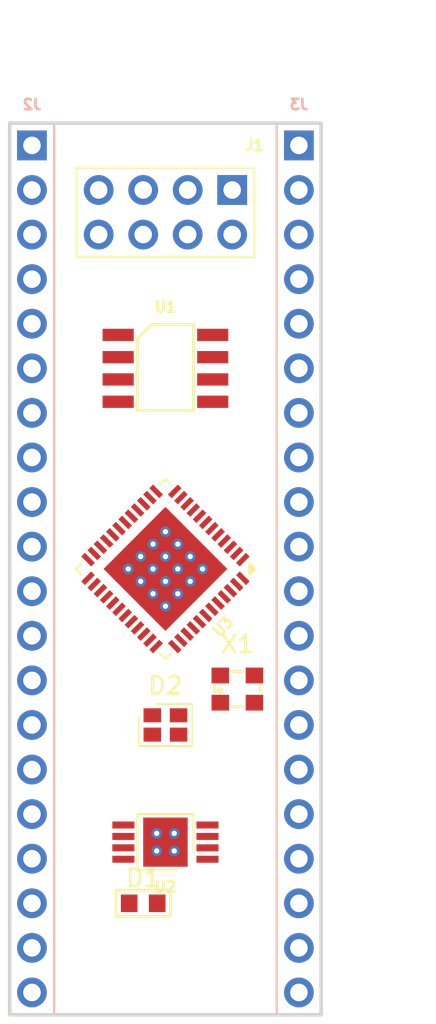
<source format=kicad_pcb>
(kicad_pcb (version 20171130) (host pcbnew 5.0.0-rc2-unknown-r13164-44c1f578)

  (general
    (thickness 1.6)
    (drawings 6)
    (tracks 0)
    (zones 0)
    (modules 9)
    (nets 74)
  )

  (page A4)
  (layers
    (0 F.Cu signal)
    (31 B.Cu signal)
    (36 B.SilkS user hide)
    (37 F.SilkS user hide)
    (38 B.Mask user)
    (39 F.Mask user)
    (40 Dwgs.User user)
    (41 Cmts.User user)
    (44 Edge.Cuts user)
    (45 Margin user)
    (46 B.CrtYd user)
    (47 F.CrtYd user)
    (48 B.Fab user hide)
    (49 F.Fab user hide)
  )

  (setup
    (last_trace_width 0.2)
    (trace_clearance 0.2)
    (zone_clearance 0.508)
    (zone_45_only no)
    (trace_min 0.2)
    (segment_width 0.2)
    (edge_width 0.2)
    (via_size 0.8)
    (via_drill 0.4)
    (via_min_size 0.4)
    (via_min_drill 0.3)
    (uvia_size 0.3)
    (uvia_drill 0.1)
    (uvias_allowed no)
    (uvia_min_size 0.2)
    (uvia_min_drill 0.1)
    (pcb_text_width 0.3)
    (pcb_text_size 1.5 1.5)
    (mod_edge_width 0.15)
    (mod_text_size 0.6 0.6)
    (mod_text_width 0.15)
    (pad_size 1.524 1.524)
    (pad_drill 0.762)
    (pad_to_mask_clearance 0.1)
    (aux_axis_origin 0 0)
    (visible_elements FFFFFF7F)
    (pcbplotparams
      (layerselection 0x010fc_ffffffff)
      (usegerberextensions false)
      (usegerberattributes false)
      (usegerberadvancedattributes false)
      (creategerberjobfile false)
      (excludeedgelayer true)
      (linewidth 0.100000)
      (plotframeref false)
      (viasonmask false)
      (mode 1)
      (useauxorigin false)
      (hpglpennumber 1)
      (hpglpenspeed 20)
      (hpglpendiameter 15.000000)
      (psnegative false)
      (psa4output false)
      (plotreference true)
      (plotvalue true)
      (plotinvisibletext false)
      (padsonsilk false)
      (subtractmaskfromsilk false)
      (outputformat 1)
      (mirror false)
      (drillshape 1)
      (scaleselection 1)
      (outputdirectory ""))
  )

  (net 0 "")
  (net 1 VCC_IO0)
  (net 2 GND)
  (net 3 CDONE)
  (net 4 CRESET)
  (net 5 FLASH_MISO)
  (net 6 ICE_SCK)
  (net 7 ICE_CSN)
  (net 8 FLASH_MOSI)
  (net 9 "Net-(J2-Pad5)")
  (net 10 "Net-(J3-Pad18)")
  (net 11 "Net-(J3-Pad17)")
  (net 12 "Net-(J3-Pad16)")
  (net 13 "Net-(J3-Pad15)")
  (net 14 "Net-(J3-Pad14)")
  (net 15 "Net-(J3-Pad13)")
  (net 16 "Net-(J3-Pad12)")
  (net 17 "Net-(J3-Pad11)")
  (net 18 "Net-(J3-Pad10)")
  (net 19 "Net-(J3-Pad9)")
  (net 20 "Net-(J3-Pad8)")
  (net 21 "Net-(J3-Pad7)")
  (net 22 "Net-(J3-Pad6)")
  (net 23 "Net-(J3-Pad5)")
  (net 24 "Net-(J3-Pad4)")
  (net 25 "Net-(J3-Pad3)")
  (net 26 "Net-(J3-Pad2)")
  (net 27 "Net-(R2-Pad2)")
  (net 28 "Net-(R4-Pad2)")
  (net 29 VCC_CORE)
  (net 30 "Net-(U2-Pad3)")
  (net 31 "Net-(U2-Pad6)")
  (net 32 +5V)
  (net 33 IOB_6A)
  (net 34 IOB_9B)
  (net 35 IOB_8A)
  (net 36 IOB_13B)
  (net 37 IOB_16A)
  (net 38 IOB_18A)
  (net 39 IOB_20A)
  (net 40 IOB_22A)
  (net 41 IOB_24A)
  (net 42 IOB_31B)
  (net 43 IOB_29B)
  (net 44 IOB_23B)
  (net 45 IOT_37A)
  (net 46 IOT_36B)
  (net 47 IOT_39A)
  (net 48 IOT_38B)
  (net 49 IOT_41A)
  (net 50 VCC_PLL)
  (net 51 IOT_42B)
  (net 52 IOT_43A)
  (net 53 IOT_44B)
  (net 54 IOT_46B)
  (net 55 IOT_48B)
  (net 56 IOT_45A)
  (net 57 IOT_50B)
  (net 58 RGB2)
  (net 59 RGB1)
  (net 60 RGB0)
  (net 61 IOT_51A)
  (net 62 IOT_49A)
  (net 63 IOB_3B)
  (net 64 IOB_5B)
  (net 65 IOB_0A)
  (net 66 IOB_2A)
  (net 67 IOB_4A)
  (net 68 "Net-(D2-Pad2)")
  (net 69 "Net-(D2-Pad3)")
  (net 70 "Net-(D2-Pad4)")
  (net 71 IOB_42B)
  (net 72 "Net-(D1-Pad1)")
  (net 73 ICE_CLK)

  (net_class Default "This is the default net class."
    (clearance 0.2)
    (trace_width 0.2)
    (via_dia 0.8)
    (via_drill 0.4)
    (uvia_dia 0.3)
    (uvia_drill 0.1)
    (add_net +5V)
    (add_net CDONE)
    (add_net CRESET)
    (add_net FLASH_MISO)
    (add_net FLASH_MOSI)
    (add_net GND)
    (add_net ICE_CLK)
    (add_net ICE_CSN)
    (add_net ICE_SCK)
    (add_net IOB_0A)
    (add_net IOB_13B)
    (add_net IOB_16A)
    (add_net IOB_18A)
    (add_net IOB_20A)
    (add_net IOB_22A)
    (add_net IOB_23B)
    (add_net IOB_24A)
    (add_net IOB_29B)
    (add_net IOB_2A)
    (add_net IOB_31B)
    (add_net IOB_3B)
    (add_net IOB_42B)
    (add_net IOB_4A)
    (add_net IOB_5B)
    (add_net IOB_6A)
    (add_net IOB_8A)
    (add_net IOB_9B)
    (add_net IOT_36B)
    (add_net IOT_37A)
    (add_net IOT_38B)
    (add_net IOT_39A)
    (add_net IOT_41A)
    (add_net IOT_42B)
    (add_net IOT_43A)
    (add_net IOT_44B)
    (add_net IOT_45A)
    (add_net IOT_46B)
    (add_net IOT_48B)
    (add_net IOT_49A)
    (add_net IOT_50B)
    (add_net IOT_51A)
    (add_net "Net-(D1-Pad1)")
    (add_net "Net-(D2-Pad2)")
    (add_net "Net-(D2-Pad3)")
    (add_net "Net-(D2-Pad4)")
    (add_net "Net-(J2-Pad5)")
    (add_net "Net-(J3-Pad10)")
    (add_net "Net-(J3-Pad11)")
    (add_net "Net-(J3-Pad12)")
    (add_net "Net-(J3-Pad13)")
    (add_net "Net-(J3-Pad14)")
    (add_net "Net-(J3-Pad15)")
    (add_net "Net-(J3-Pad16)")
    (add_net "Net-(J3-Pad17)")
    (add_net "Net-(J3-Pad18)")
    (add_net "Net-(J3-Pad2)")
    (add_net "Net-(J3-Pad3)")
    (add_net "Net-(J3-Pad4)")
    (add_net "Net-(J3-Pad5)")
    (add_net "Net-(J3-Pad6)")
    (add_net "Net-(J3-Pad7)")
    (add_net "Net-(J3-Pad8)")
    (add_net "Net-(J3-Pad9)")
    (add_net "Net-(R2-Pad2)")
    (add_net "Net-(R4-Pad2)")
    (add_net "Net-(U2-Pad3)")
    (add_net "Net-(U2-Pad6)")
    (add_net RGB0)
    (add_net RGB1)
    (add_net RGB2)
    (add_net VCC_CORE)
    (add_net VCC_IO0)
    (add_net VCC_PLL)
  )

  (module esynr3z_Oscillator:ECS-2520MV_4Pin_2.5x2.0mm (layer F.Cu) (tedit 5B4B6AA7) (tstamp 5B4B6A28)
    (at 199.685 89.395)
    (descr "SMD Crystal Oscillator Seiko Epson SG-210 https://support.epson.biz/td/api/doc_check.php?mode=dl&lang=en&Parts=SG-210SED, hand-soldering, 2.5x2.0mm^2 package")
    (tags "SMD SMT crystal oscillator hand-soldering")
    (path /5B84C298)
    (attr smd)
    (fp_text reference X1 (at 0 -2.55) (layer F.SilkS)
      (effects (font (size 1 1) (thickness 0.15)))
    )
    (fp_text value ECS-2520MV-500-BN-TR (at 0 2.55) (layer F.Fab)
      (effects (font (size 1 1) (thickness 0.15)))
    )
    (fp_circle (center -1 0.1) (end -0.95 0.1) (layer F.SilkS) (width 0.15))
    (fp_line (start -1.3 -0.2) (end -1.3 0.2) (layer F.SilkS) (width 0.15))
    (fp_line (start 1.3 -0.2) (end 1.3 0.2) (layer F.SilkS) (width 0.15))
    (fp_line (start -0.3 -1) (end 0.3 -1) (layer F.SilkS) (width 0.15))
    (fp_line (start 1.6 -1.4) (end -1.6 -1.4) (layer F.CrtYd) (width 0.05))
    (fp_line (start 1.6 1.4) (end 1.6 -1.4) (layer F.CrtYd) (width 0.05))
    (fp_line (start -1.6 1.4) (end 1.6 1.4) (layer F.CrtYd) (width 0.05))
    (fp_line (start -1.6 -1.4) (end -1.6 1.4) (layer F.CrtYd) (width 0.05))
    (fp_line (start -0.3 1) (end 0.3 1) (layer F.SilkS) (width 0.15))
    (fp_line (start -1.25 0) (end -0.25 1) (layer F.Fab) (width 0.1))
    (fp_line (start 1.25 -1) (end -1.25 -1) (layer F.Fab) (width 0.1))
    (fp_line (start 1.25 1) (end 1.25 -1) (layer F.Fab) (width 0.1))
    (fp_line (start -1.25 1) (end 1.25 1) (layer F.Fab) (width 0.1))
    (fp_line (start -1.25 -1) (end -1.25 1) (layer F.Fab) (width 0.1))
    (fp_text user %R (at 0 0) (layer F.Fab)
      (effects (font (size 0.6 0.6) (thickness 0.09)))
    )
    (pad 4 smd rect (at -0.975 -0.775) (size 1 0.9) (layers F.Cu F.Paste F.Mask)
      (net 1 VCC_IO0))
    (pad 3 smd rect (at 0.975 -0.775) (size 1 0.9) (layers F.Cu F.Paste F.Mask)
      (net 73 ICE_CLK))
    (pad 2 smd rect (at 0.975 0.775) (size 1 0.9) (layers F.Cu F.Paste F.Mask)
      (net 2 GND))
    (pad 1 smd rect (at -0.975 0.775) (size 1 0.9) (layers F.Cu F.Paste F.Mask)
      (net 1 VCC_IO0))
    (model ${KISYS3DMOD}/Oscillator.3dshapes/Oscillator_SMD_SeikoEpson_SG210-4Pin_2.5x2.0mm_HandSoldering.wrl
      (at (xyz 0 0 0))
      (scale (xyz 1 1 1))
      (rotate (xyz 0 0 0))
    )
  )

  (module esynr3z_LED:LED_Cree-PLCC4_2x2mm_CW (layer F.Cu) (tedit 5B4A6AD3) (tstamp 5B4A9651)
    (at 195.58 91.44)
    (descr "2.0mm x 2.0mm PLCC4 LED, http://www.cree.com/~/media/Files/Cree/LED-Components-and-Modules/HB/Data-Sheets/CLMVBFKA.pdf")
    (tags "LED Cree PLCC-4")
    (path /5B843243)
    (attr smd)
    (fp_text reference D2 (at 0 -2.25) (layer F.SilkS)
      (effects (font (size 1 1) (thickness 0.15)))
    )
    (fp_text value CLMVC-FKC-CGJJM569aBB7a343 (at 0 2.25) (layer F.Fab)
      (effects (font (size 1 1) (thickness 0.15)))
    )
    (fp_line (start 1.5 1.2) (end 1.5 -1.2) (layer F.SilkS) (width 0.12))
    (fp_text user %R (at 0 0) (layer F.Fab)
      (effects (font (size 0.5 0.5) (thickness 0.075)))
    )
    (fp_line (start -1.5 1.2) (end 1.5 1.2) (layer F.SilkS) (width 0.12))
    (fp_line (start -0.5 -1.2) (end 1.5 -1.2) (layer F.SilkS) (width 0.12))
    (fp_line (start -1.5 1.2) (end -1.5 -0.4) (layer F.SilkS) (width 0.12))
    (fp_line (start 1 -1) (end -1 -1) (layer F.Fab) (width 0.1))
    (fp_line (start 1 1) (end 1 -1) (layer F.Fab) (width 0.1))
    (fp_line (start -1 1) (end 1 1) (layer F.Fab) (width 0.1))
    (fp_line (start -1 -1) (end -1 1) (layer F.Fab) (width 0.1))
    (fp_line (start 0 -1) (end -1 0) (layer F.Fab) (width 0.1))
    (fp_line (start 1.7 -1.4) (end -1.7 -1.4) (layer F.CrtYd) (width 0.05))
    (fp_line (start 1.7 1.4) (end 1.7 -1.4) (layer F.CrtYd) (width 0.05))
    (fp_line (start -1.7 1.4) (end 1.7 1.4) (layer F.CrtYd) (width 0.05))
    (fp_line (start -1.7 -1.4) (end -1.7 1.4) (layer F.CrtYd) (width 0.05))
    (fp_circle (center 0 0) (end 0.8 0) (layer F.Fab) (width 0.1))
    (pad 4 smd rect (at -0.75 0.55) (size 1 0.8) (layers F.Cu F.Paste F.Mask)
      (net 70 "Net-(D2-Pad4)"))
    (pad 3 smd rect (at 0.75 0.55) (size 1 0.8) (layers F.Cu F.Paste F.Mask)
      (net 69 "Net-(D2-Pad3)"))
    (pad 2 smd rect (at 0.75 -0.55) (size 1 0.8) (layers F.Cu F.Paste F.Mask)
      (net 68 "Net-(D2-Pad2)"))
    (pad 1 smd rect (at -0.75 -0.55) (size 1 0.8) (layers F.Cu F.Paste F.Mask)
      (net 1 VCC_IO0))
    (model ${KISYS3DMOD}/LED_SMD.3dshapes/LED_Cree-PLCC4_2x2mm_CW.wrl
      (at (xyz 0 0 0))
      (scale (xyz 1 1 1))
      (rotate (xyz 0 0 0))
    )
  )

  (module esynr3z_SO:MSOP-8-1EP_3x3mm_P0.65mm_EP2.54x2.8mm_ThermalVias (layer F.Cu) (tedit 5B48EFF5) (tstamp 5B49A666)
    (at 195.58 98.115 180)
    (descr "MME Package; 8-Lead Plastic MSOP, Exposed Die Pad (see Microchip http://ww1.microchip.com/downloads/en/DeviceDoc/mic5355_6.pdf)")
    (tags "SSOP 0.65")
    (path /5B4A1441)
    (attr smd)
    (fp_text reference U2 (at 0 -2.55 180) (layer F.SilkS)
      (effects (font (size 0.6 0.6) (thickness 0.15)))
    )
    (fp_text value MIC5355-S4YMME (at 0 2.75 180) (layer F.Fab)
      (effects (font (size 1 1) (thickness 0.15)))
    )
    (fp_poly (pts (xy 1.3 -1.4) (xy -1.3 -1.4) (xy -1.3 1.4) (xy 1.3 1.4)) (layer B.Mask) (width 0.05))
    (fp_text user %R (at 0 0 180) (layer F.Fab)
      (effects (font (size 0.7 0.7) (thickness 0.1)))
    )
    (fp_line (start -3.28 1.75) (end 3.28 1.75) (layer F.CrtYd) (width 0.05))
    (fp_line (start 1.6 1.6) (end 1.6 -1.6) (layer F.SilkS) (width 0.12))
    (fp_line (start -0.5 -1.5) (end 1.5 -1.5) (layer F.Fab) (width 0.1))
    (fp_line (start -3.28 -1.75) (end 3.28 -1.75) (layer F.CrtYd) (width 0.05))
    (fp_line (start -1.5 1.5) (end -1.5 -0.5) (layer F.Fab) (width 0.1))
    (fp_line (start -0.6 -1.6) (end 1.6 -1.6) (layer F.SilkS) (width 0.12))
    (fp_line (start -3.28 -1.75) (end -3.28 1.75) (layer F.CrtYd) (width 0.05))
    (fp_line (start 3.28 -1.75) (end 3.28 1.75) (layer F.CrtYd) (width 0.05))
    (fp_line (start -1.5 -0.5) (end -0.5 -1.5) (layer F.Fab) (width 0.1))
    (fp_line (start 1.5 -1.5) (end 1.5 1.5) (layer F.Fab) (width 0.1))
    (fp_line (start -1.6 1.6) (end -1.6 -0.6) (layer F.SilkS) (width 0.12))
    (fp_line (start -1.6 1.6) (end 1.6 1.6) (layer F.SilkS) (width 0.12))
    (fp_line (start 1.5 1.5) (end -1.5 1.5) (layer F.Fab) (width 0.1))
    (pad 9 thru_hole circle (at 0.5 0.5 180) (size 0.6 0.6) (drill 0.3) (layers *.Cu *.Mask)
      (net 2 GND))
    (pad 9 thru_hole circle (at -0.5 0.5 180) (size 0.6 0.6) (drill 0.3) (layers *.Cu *.Mask)
      (net 2 GND))
    (pad 9 thru_hole circle (at -0.5 -0.5 180) (size 0.6 0.6) (drill 0.3) (layers *.Cu *.Mask)
      (net 2 GND))
    (pad 9 thru_hole circle (at 0.5 -0.5 180) (size 0.6 0.6) (drill 0.3) (layers *.Cu *.Mask)
      (net 2 GND))
    (pad "" smd rect (at 0 -1.025 180) (size 2.4 0.65) (layers F.Paste))
    (pad "" smd rect (at 0 1.025 180) (size 2.4 0.65) (layers F.Paste))
    (pad "" smd rect (at 0 0 180) (size 2.4 0.65) (layers F.Paste))
    (pad 5 smd rect (at 2.4 0.975 180) (size 1.26 0.4) (layers F.Cu F.Paste F.Mask)
      (net 32 +5V))
    (pad 1 smd rect (at -2.4 -0.975 180) (size 1.26 0.4) (layers F.Cu F.Paste F.Mask)
      (net 32 +5V))
    (pad 4 smd rect (at -2.4 0.975 180) (size 1.26 0.4) (layers F.Cu F.Paste F.Mask)
      (net 32 +5V))
    (pad 6 smd rect (at 2.4 0.325 180) (size 1.26 0.4) (layers F.Cu F.Paste F.Mask)
      (net 31 "Net-(U2-Pad6)"))
    (pad 2 smd rect (at -2.4 -0.325 180) (size 1.26 0.4) (layers F.Cu F.Paste F.Mask)
      (net 2 GND))
    (pad 3 smd rect (at -2.4 0.325 180) (size 1.26 0.4) (layers F.Cu F.Paste F.Mask)
      (net 30 "Net-(U2-Pad3)"))
    (pad 7 smd rect (at 2.4 -0.325 180) (size 1.26 0.4) (layers F.Cu F.Paste F.Mask)
      (net 29 VCC_CORE))
    (pad 9 smd rect (at 0 0 180) (size 2.54 2.8) (layers F.Cu F.Mask)
      (net 2 GND))
    (pad 8 smd rect (at 2.4 -0.975 180) (size 1.26 0.4) (layers F.Cu F.Paste F.Mask)
      (net 1 VCC_IO0))
    (model ${KISYS3DMOD}/Package_SO.3dshapes/MSOP-8-1EP_3x3mm_P0.65mm_EP1.68x1.88mm.wrl
      (at (xyz 0 0 0))
      (scale (xyz 1 1 1))
      (rotate (xyz 0 0 0))
    )
  )

  (module esynr3z_Connector:PinHeader_2x04_P2.54mm_Vertical (layer F.Cu) (tedit 5B48DA11) (tstamp 5B49DCD0)
    (at 199.39 60.96 270)
    (descr "Through hole straight pin header, 2x04, 2.54mm pitch, double rows")
    (tags "Through hole pin header THT 2x04 2.54mm double row")
    (path /5B491DDE)
    (fp_text reference J1 (at -2.54 -1.27) (layer F.SilkS)
      (effects (font (size 0.6 0.6) (thickness 0.15)))
    )
    (fp_text value Conn_02x04_Odd_Even (at 1.27 9.95 270) (layer F.Fab)
      (effects (font (size 1 1) (thickness 0.15)))
    )
    (fp_line (start 0 -1.27) (end 3.81 -1.27) (layer F.Fab) (width 0.1))
    (fp_line (start 3.81 -1.27) (end 3.81 8.89) (layer F.Fab) (width 0.1))
    (fp_line (start 3.81 8.89) (end -1.27 8.89) (layer F.Fab) (width 0.1))
    (fp_line (start -1.27 8.89) (end -1.27 0) (layer F.Fab) (width 0.1))
    (fp_line (start -1.27 0) (end 0 -1.27) (layer F.Fab) (width 0.1))
    (fp_line (start -1.27 8.89) (end 3.81 8.89) (layer F.SilkS) (width 0.12))
    (fp_line (start -1.27 -1.27) (end -1.27 8.89) (layer F.SilkS) (width 0.12))
    (fp_line (start 3.81 -1.27) (end 3.81 8.89) (layer F.SilkS) (width 0.12))
    (fp_line (start -1.27 -1.27) (end 3.81 -1.27) (layer F.SilkS) (width 0.12))
    (fp_line (start -1.8 -1.8) (end -1.8 9.4) (layer F.CrtYd) (width 0.05))
    (fp_line (start -1.8 9.4) (end 4.35 9.4) (layer F.CrtYd) (width 0.05))
    (fp_line (start 4.35 9.4) (end 4.35 -1.8) (layer F.CrtYd) (width 0.05))
    (fp_line (start 4.35 -1.8) (end -1.8 -1.8) (layer F.CrtYd) (width 0.05))
    (fp_text user %R (at 1.27 3.81) (layer F.Fab)
      (effects (font (size 1 1) (thickness 0.15)))
    )
    (pad 1 thru_hole rect (at 0 0 270) (size 1.7 1.7) (drill 1) (layers *.Cu *.Mask)
      (net 1 VCC_IO0))
    (pad 2 thru_hole oval (at 2.54 0 270) (size 1.7 1.7) (drill 1) (layers *.Cu *.Mask)
      (net 2 GND))
    (pad 3 thru_hole oval (at 0 2.54 270) (size 1.7 1.7) (drill 1) (layers *.Cu *.Mask)
      (net 3 CDONE))
    (pad 4 thru_hole oval (at 2.54 2.54 270) (size 1.7 1.7) (drill 1) (layers *.Cu *.Mask)
      (net 4 CRESET))
    (pad 5 thru_hole oval (at 0 5.08 270) (size 1.7 1.7) (drill 1) (layers *.Cu *.Mask)
      (net 5 FLASH_MISO))
    (pad 6 thru_hole oval (at 2.54 5.08 270) (size 1.7 1.7) (drill 1) (layers *.Cu *.Mask)
      (net 6 ICE_SCK))
    (pad 7 thru_hole oval (at 0 7.62 270) (size 1.7 1.7) (drill 1) (layers *.Cu *.Mask)
      (net 7 ICE_CSN))
    (pad 8 thru_hole oval (at 2.54 7.62 270) (size 1.7 1.7) (drill 1) (layers *.Cu *.Mask)
      (net 8 FLASH_MOSI))
    (model ${KISYS3DMOD}/Connector_PinHeader_2.54mm.3dshapes/PinHeader_2x04_P2.54mm_Vertical.wrl
      (at (xyz 0 0 0))
      (scale (xyz 1 1 1))
      (rotate (xyz 0 0 0))
    )
  )

  (module esynr3z_Connector:PinHeader_1x20_P2.54mm_Vertical (layer B.Cu) (tedit 5B48EB6C) (tstamp 5B49A602)
    (at 187.96 58.42 180)
    (descr "Through hole straight pin header, 1x20, 2.54mm pitch, single row")
    (tags "Through hole pin header THT 1x20 2.54mm single row")
    (path /5B62A1DE)
    (fp_text reference J2 (at 0 2.33 180) (layer B.SilkS)
      (effects (font (size 0.6 0.6) (thickness 0.15)) (justify mirror))
    )
    (fp_text value Conn_01x20 (at 0 -50.59 180) (layer B.Fab)
      (effects (font (size 1 1) (thickness 0.15)) (justify mirror))
    )
    (fp_line (start -0.635 1.27) (end 1.27 1.27) (layer B.Fab) (width 0.1))
    (fp_line (start 1.27 1.27) (end 1.27 -49.53) (layer B.Fab) (width 0.1))
    (fp_line (start 1.27 -49.53) (end -1.27 -49.53) (layer B.Fab) (width 0.1))
    (fp_line (start -1.27 -49.53) (end -1.27 0.635) (layer B.Fab) (width 0.1))
    (fp_line (start -1.27 0.635) (end -0.635 1.27) (layer B.Fab) (width 0.1))
    (fp_line (start -1.27 -49.53) (end 1.27 -49.53) (layer B.SilkS) (width 0.12))
    (fp_line (start -1.27 1.27) (end -1.27 -49.53) (layer B.SilkS) (width 0.12))
    (fp_line (start 1.27 1.27) (end 1.27 -49.53) (layer B.SilkS) (width 0.12))
    (fp_line (start -1.27 1.27) (end 1.27 1.27) (layer B.SilkS) (width 0.12))
    (fp_line (start -1.8 1.8) (end -1.8 -50.05) (layer B.CrtYd) (width 0.05))
    (fp_line (start -1.8 -50.05) (end 1.8 -50.05) (layer B.CrtYd) (width 0.05))
    (fp_line (start 1.8 -50.05) (end 1.8 1.8) (layer B.CrtYd) (width 0.05))
    (fp_line (start 1.8 1.8) (end -1.8 1.8) (layer B.CrtYd) (width 0.05))
    (fp_text user %R (at 0 -24.13 90) (layer B.Fab)
      (effects (font (size 1 1) (thickness 0.15)) (justify mirror))
    )
    (pad 1 thru_hole rect (at 0 0 180) (size 1.7 1.7) (drill 1) (layers *.Cu *.Mask)
      (net 2 GND))
    (pad 2 thru_hole oval (at 0 -2.54 180) (size 1.7 1.7) (drill 1) (layers *.Cu *.Mask)
      (net 41 IOB_24A))
    (pad 3 thru_hole oval (at 0 -5.08 180) (size 1.7 1.7) (drill 1) (layers *.Cu *.Mask)
      (net 42 IOB_31B))
    (pad 4 thru_hole oval (at 0 -7.62 180) (size 1.7 1.7) (drill 1) (layers *.Cu *.Mask)
      (net 43 IOB_29B))
    (pad 5 thru_hole oval (at 0 -10.16 180) (size 1.7 1.7) (drill 1) (layers *.Cu *.Mask)
      (net 9 "Net-(J2-Pad5)"))
    (pad 6 thru_hole oval (at 0 -12.7 180) (size 1.7 1.7) (drill 1) (layers *.Cu *.Mask)
      (net 44 IOB_23B))
    (pad 7 thru_hole oval (at 0 -15.24 180) (size 1.7 1.7) (drill 1) (layers *.Cu *.Mask)
      (net 45 IOT_37A))
    (pad 8 thru_hole oval (at 0 -17.78 180) (size 1.7 1.7) (drill 1) (layers *.Cu *.Mask)
      (net 46 IOT_36B))
    (pad 9 thru_hole oval (at 0 -20.32 180) (size 1.7 1.7) (drill 1) (layers *.Cu *.Mask)
      (net 47 IOT_39A))
    (pad 10 thru_hole oval (at 0 -22.86 180) (size 1.7 1.7) (drill 1) (layers *.Cu *.Mask)
      (net 48 IOT_38B))
    (pad 11 thru_hole oval (at 0 -25.4 180) (size 1.7 1.7) (drill 1) (layers *.Cu *.Mask)
      (net 49 IOT_41A))
    (pad 12 thru_hole oval (at 0 -27.94 180) (size 1.7 1.7) (drill 1) (layers *.Cu *.Mask)
      (net 71 IOB_42B))
    (pad 13 thru_hole oval (at 0 -30.48 180) (size 1.7 1.7) (drill 1) (layers *.Cu *.Mask)
      (net 52 IOT_43A))
    (pad 14 thru_hole oval (at 0 -33.02 180) (size 1.7 1.7) (drill 1) (layers *.Cu *.Mask)
      (net 53 IOT_44B))
    (pad 15 thru_hole oval (at 0 -35.56 180) (size 1.7 1.7) (drill 1) (layers *.Cu *.Mask)
      (net 54 IOT_46B))
    (pad 16 thru_hole oval (at 0 -38.1 180) (size 1.7 1.7) (drill 1) (layers *.Cu *.Mask)
      (net 55 IOT_48B))
    (pad 17 thru_hole oval (at 0 -40.64 180) (size 1.7 1.7) (drill 1) (layers *.Cu *.Mask)
      (net 56 IOT_45A))
    (pad 18 thru_hole oval (at 0 -43.18 180) (size 1.7 1.7) (drill 1) (layers *.Cu *.Mask)
      (net 57 IOT_50B))
    (pad 19 thru_hole oval (at 0 -45.72 180) (size 1.7 1.7) (drill 1) (layers *.Cu *.Mask)
      (net 32 +5V))
    (pad 20 thru_hole oval (at 0 -48.26 180) (size 1.7 1.7) (drill 1) (layers *.Cu *.Mask)
      (net 2 GND))
    (model ${KISYS3DMOD}/Connector_PinHeader_2.54mm.3dshapes/PinHeader_1x20_P2.54mm_Vertical.wrl
      (at (xyz 0 0 0))
      (scale (xyz 1 1 1))
      (rotate (xyz 0 0 0))
    )
  )

  (module esynr3z_Connector:PinHeader_1x20_P2.54mm_Vertical (layer B.Cu) (tedit 5B48EB6C) (tstamp 5B49A628)
    (at 203.2 58.42 180)
    (descr "Through hole straight pin header, 1x20, 2.54mm pitch, single row")
    (tags "Through hole pin header THT 1x20 2.54mm single row")
    (path /5B62A2B7)
    (fp_text reference J3 (at 0 2.33 180) (layer B.SilkS)
      (effects (font (size 0.6 0.6) (thickness 0.15)) (justify mirror))
    )
    (fp_text value Conn_01x20 (at 0 -50.59 180) (layer B.Fab)
      (effects (font (size 1 1) (thickness 0.15)) (justify mirror))
    )
    (fp_text user %R (at 0 -24.13 90) (layer B.Fab)
      (effects (font (size 1 1) (thickness 0.15)) (justify mirror))
    )
    (fp_line (start 1.8 1.8) (end -1.8 1.8) (layer B.CrtYd) (width 0.05))
    (fp_line (start 1.8 -50.05) (end 1.8 1.8) (layer B.CrtYd) (width 0.05))
    (fp_line (start -1.8 -50.05) (end 1.8 -50.05) (layer B.CrtYd) (width 0.05))
    (fp_line (start -1.8 1.8) (end -1.8 -50.05) (layer B.CrtYd) (width 0.05))
    (fp_line (start -1.27 1.27) (end 1.27 1.27) (layer B.SilkS) (width 0.12))
    (fp_line (start 1.27 1.27) (end 1.27 -49.53) (layer B.SilkS) (width 0.12))
    (fp_line (start -1.27 1.27) (end -1.27 -49.53) (layer B.SilkS) (width 0.12))
    (fp_line (start -1.27 -49.53) (end 1.27 -49.53) (layer B.SilkS) (width 0.12))
    (fp_line (start -1.27 0.635) (end -0.635 1.27) (layer B.Fab) (width 0.1))
    (fp_line (start -1.27 -49.53) (end -1.27 0.635) (layer B.Fab) (width 0.1))
    (fp_line (start 1.27 -49.53) (end -1.27 -49.53) (layer B.Fab) (width 0.1))
    (fp_line (start 1.27 1.27) (end 1.27 -49.53) (layer B.Fab) (width 0.1))
    (fp_line (start -0.635 1.27) (end 1.27 1.27) (layer B.Fab) (width 0.1))
    (pad 20 thru_hole oval (at 0 -48.26 180) (size 1.7 1.7) (drill 1) (layers *.Cu *.Mask)
      (net 2 GND))
    (pad 19 thru_hole oval (at 0 -45.72 180) (size 1.7 1.7) (drill 1) (layers *.Cu *.Mask)
      (net 32 +5V))
    (pad 18 thru_hole oval (at 0 -43.18 180) (size 1.7 1.7) (drill 1) (layers *.Cu *.Mask)
      (net 10 "Net-(J3-Pad18)"))
    (pad 17 thru_hole oval (at 0 -40.64 180) (size 1.7 1.7) (drill 1) (layers *.Cu *.Mask)
      (net 11 "Net-(J3-Pad17)"))
    (pad 16 thru_hole oval (at 0 -38.1 180) (size 1.7 1.7) (drill 1) (layers *.Cu *.Mask)
      (net 12 "Net-(J3-Pad16)"))
    (pad 15 thru_hole oval (at 0 -35.56 180) (size 1.7 1.7) (drill 1) (layers *.Cu *.Mask)
      (net 13 "Net-(J3-Pad15)"))
    (pad 14 thru_hole oval (at 0 -33.02 180) (size 1.7 1.7) (drill 1) (layers *.Cu *.Mask)
      (net 14 "Net-(J3-Pad14)"))
    (pad 13 thru_hole oval (at 0 -30.48 180) (size 1.7 1.7) (drill 1) (layers *.Cu *.Mask)
      (net 15 "Net-(J3-Pad13)"))
    (pad 12 thru_hole oval (at 0 -27.94 180) (size 1.7 1.7) (drill 1) (layers *.Cu *.Mask)
      (net 16 "Net-(J3-Pad12)"))
    (pad 11 thru_hole oval (at 0 -25.4 180) (size 1.7 1.7) (drill 1) (layers *.Cu *.Mask)
      (net 17 "Net-(J3-Pad11)"))
    (pad 10 thru_hole oval (at 0 -22.86 180) (size 1.7 1.7) (drill 1) (layers *.Cu *.Mask)
      (net 18 "Net-(J3-Pad10)"))
    (pad 9 thru_hole oval (at 0 -20.32 180) (size 1.7 1.7) (drill 1) (layers *.Cu *.Mask)
      (net 19 "Net-(J3-Pad9)"))
    (pad 8 thru_hole oval (at 0 -17.78 180) (size 1.7 1.7) (drill 1) (layers *.Cu *.Mask)
      (net 20 "Net-(J3-Pad8)"))
    (pad 7 thru_hole oval (at 0 -15.24 180) (size 1.7 1.7) (drill 1) (layers *.Cu *.Mask)
      (net 21 "Net-(J3-Pad7)"))
    (pad 6 thru_hole oval (at 0 -12.7 180) (size 1.7 1.7) (drill 1) (layers *.Cu *.Mask)
      (net 22 "Net-(J3-Pad6)"))
    (pad 5 thru_hole oval (at 0 -10.16 180) (size 1.7 1.7) (drill 1) (layers *.Cu *.Mask)
      (net 23 "Net-(J3-Pad5)"))
    (pad 4 thru_hole oval (at 0 -7.62 180) (size 1.7 1.7) (drill 1) (layers *.Cu *.Mask)
      (net 24 "Net-(J3-Pad4)"))
    (pad 3 thru_hole oval (at 0 -5.08 180) (size 1.7 1.7) (drill 1) (layers *.Cu *.Mask)
      (net 25 "Net-(J3-Pad3)"))
    (pad 2 thru_hole oval (at 0 -2.54 180) (size 1.7 1.7) (drill 1) (layers *.Cu *.Mask)
      (net 26 "Net-(J3-Pad2)"))
    (pad 1 thru_hole rect (at 0 0 180) (size 1.7 1.7) (drill 1) (layers *.Cu *.Mask)
      (net 2 GND))
    (model ${KISYS3DMOD}/Connector_PinHeader_2.54mm.3dshapes/PinHeader_1x20_P2.54mm_Vertical.wrl
      (at (xyz 0 0 0))
      (scale (xyz 1 1 1))
      (rotate (xyz 0 0 0))
    )
  )

  (module esynr3z_SO:SOIC-8_3.9x4.9mm_P1.27mm (layer F.Cu) (tedit 5B4655B8) (tstamp 5B49DB99)
    (at 195.58 71.12)
    (descr "8-Lead Plastic Small Outline (SN) - Narrow, 3.90 mm Body [SOIC] (see Microchip Packaging Specification 00000049BS.pdf)")
    (tags "SOIC 1.27")
    (path /5B52E310)
    (attr smd)
    (fp_text reference U1 (at 0 -3.5) (layer F.SilkS)
      (effects (font (size 0.6 0.6) (thickness 0.15)))
    )
    (fp_text value AT25D011-SSHF (at 0 3.5) (layer F.Fab)
      (effects (font (size 1 1) (thickness 0.15)))
    )
    (fp_text user %R (at 0 0) (layer F.Fab)
      (effects (font (size 1 1) (thickness 0.15)))
    )
    (fp_line (start -0.95 -2.45) (end 1.95 -2.45) (layer F.Fab) (width 0.1))
    (fp_line (start 1.95 -2.45) (end 1.95 2.45) (layer F.Fab) (width 0.1))
    (fp_line (start 1.95 2.45) (end -1.95 2.45) (layer F.Fab) (width 0.1))
    (fp_line (start -1.95 2.45) (end -1.95 -1.45) (layer F.Fab) (width 0.1))
    (fp_line (start -1.95 -1.45) (end -0.95 -2.45) (layer F.Fab) (width 0.1))
    (fp_line (start -3.73 -2.7) (end -3.73 2.7) (layer F.CrtYd) (width 0.05))
    (fp_line (start 3.73 -2.7) (end 3.73 2.7) (layer F.CrtYd) (width 0.05))
    (fp_line (start -3.73 -2.7) (end 3.73 -2.7) (layer F.CrtYd) (width 0.05))
    (fp_line (start -3.73 2.7) (end 3.73 2.7) (layer F.CrtYd) (width 0.05))
    (fp_line (start -1.6 2.4) (end -1.6 -1.7) (layer F.SilkS) (width 0.15))
    (fp_line (start 1.6 -2.5) (end 1.6 2.4) (layer F.SilkS) (width 0.15))
    (fp_line (start -0.8 -2.5) (end 1.6 -2.5) (layer F.SilkS) (width 0.15))
    (fp_line (start -1.6 2.4) (end 1.6 2.4) (layer F.SilkS) (width 0.15))
    (fp_line (start -0.8 -2.5) (end -1.6 -1.7) (layer F.SilkS) (width 0.15))
    (pad 1 smd rect (at -2.7 -1.905) (size 1.78 0.7) (layers F.Cu F.Paste F.Mask)
      (net 7 ICE_CSN))
    (pad 2 smd rect (at -2.7 -0.635) (size 1.78 0.7) (layers F.Cu F.Paste F.Mask)
      (net 5 FLASH_MISO))
    (pad 3 smd rect (at -2.7 0.635) (size 1.78 0.7) (layers F.Cu F.Paste F.Mask)
      (net 27 "Net-(R2-Pad2)"))
    (pad 4 smd rect (at -2.7 1.905) (size 1.78 0.7) (layers F.Cu F.Paste F.Mask)
      (net 2 GND))
    (pad 5 smd rect (at 2.7 1.905) (size 1.78 0.7) (layers F.Cu F.Paste F.Mask)
      (net 8 FLASH_MOSI))
    (pad 6 smd rect (at 2.7 0.635) (size 1.78 0.7) (layers F.Cu F.Paste F.Mask)
      (net 6 ICE_SCK))
    (pad 7 smd rect (at 2.7 -0.635) (size 1.78 0.7) (layers F.Cu F.Paste F.Mask)
      (net 28 "Net-(R4-Pad2)"))
    (pad 8 smd rect (at 2.7 -1.905) (size 1.78 0.7) (layers F.Cu F.Paste F.Mask)
      (net 1 VCC_IO0))
    (model ${KISYS3DMOD}/Package_SO.3dshapes/SOIC-8_3.9x4.9mm_P1.27mm.wrl
      (at (xyz 0 0 0))
      (scale (xyz 1 1 1))
      (rotate (xyz 0 0 0))
    )
  )

  (module esynr3z_QFN:QFN-48-1EP_7x7mm_P0.5mm_EP5x5mm_ThermalVias (layer F.Cu) (tedit 5B43BBD0) (tstamp 5B49A6BE)
    (at 195.58 82.55 225)
    (descr "48-Lead Plastic Quad Flat, No Lead Package - 7x7 mm Body [QFN]; see figure 37 of http://www.st.com/resource/en/datasheet/stm32f042k6.pdf")
    (tags "QFN 0.5")
    (path /5B44F1FF)
    (attr smd)
    (fp_text reference U3 (at 0 -4.65 225) (layer F.SilkS)
      (effects (font (size 0.6 0.6) (thickness 0.15)))
    )
    (fp_text value ICE5LP4K-SG48 (at 0 5.3 225) (layer F.Fab)
      (effects (font (size 1 1) (thickness 0.15)))
    )
    (fp_line (start 3.5 3.5) (end -3.5 3.5) (layer F.Fab) (width 0.1))
    (fp_line (start -3.5 3.5) (end -3.5 -2.5) (layer F.Fab) (width 0.1))
    (fp_line (start -3.5 -2.5) (end -2.5 -3.5) (layer F.Fab) (width 0.1))
    (fp_line (start -2.5 -3.5) (end 3.5 -3.5) (layer F.Fab) (width 0.1))
    (fp_line (start 3.5 -3.5) (end 3.5 3.5) (layer F.Fab) (width 0.1))
    (fp_line (start -4 -4) (end -4 4) (layer F.CrtYd) (width 0.05))
    (fp_line (start -4 4) (end 4 4) (layer F.CrtYd) (width 0.05))
    (fp_line (start 4 4) (end 4 -4) (layer F.CrtYd) (width 0.05))
    (fp_line (start 3.9 -4.000001) (end -4 -4) (layer F.CrtYd) (width 0.05))
    (fp_line (start 3.16 -3.625001) (end 3.625 -3.625) (layer F.SilkS) (width 0.12))
    (fp_line (start 3.625 -3.625) (end 3.625001 -3.16) (layer F.SilkS) (width 0.12))
    (fp_line (start -3.16 3.625001) (end -3.625 3.625) (layer F.SilkS) (width 0.12))
    (fp_line (start -3.625 3.625) (end -3.625001 3.16) (layer F.SilkS) (width 0.12))
    (fp_line (start 3.16 3.625001) (end 3.625 3.625) (layer F.SilkS) (width 0.12))
    (fp_line (start 3.625 3.625) (end 3.625001 3.16) (layer F.SilkS) (width 0.12))
    (fp_line (start -3.625 -3.625) (end -3.16 -3.625001) (layer F.SilkS) (width 0.12))
    (fp_text user %R (at 0 0 225) (layer F.Fab)
      (effects (font (size 1 1) (thickness 0.15)))
    )
    (fp_poly (pts (xy -3.175 -3.6195) (xy -3.6195 -3.6195) (xy -3.6195 -3.175)) (layer F.SilkS) (width 0.15))
    (fp_poly (pts (xy 2.6 -2.6) (xy -2.6 -2.6) (xy -2.6 2.6) (xy 2.6 2.6)) (layer B.Mask) (width 0.05))
    (pad 1 smd rect (at -3.5 -2.75 225) (size 0.8 0.3) (layers F.Cu F.Paste F.Mask)
      (net 1 VCC_IO0))
    (pad 2 smd rect (at -3.5 -2.25 225) (size 0.8 0.3) (layers F.Cu F.Paste F.Mask)
      (net 33 IOB_6A))
    (pad 3 smd rect (at -3.5 -1.75 225) (size 0.8 0.3) (layers F.Cu F.Paste F.Mask)
      (net 34 IOB_9B))
    (pad 4 smd rect (at -3.5 -1.25 225) (size 0.8 0.3) (layers F.Cu F.Paste F.Mask)
      (net 35 IOB_8A))
    (pad 5 smd rect (at -3.5 -0.75 225) (size 0.8 0.3) (layers F.Cu F.Paste F.Mask)
      (net 29 VCC_CORE))
    (pad 6 smd rect (at -3.5 -0.25 225) (size 0.8 0.3) (layers F.Cu F.Paste F.Mask)
      (net 36 IOB_13B))
    (pad 7 smd rect (at -3.5 0.25 225) (size 0.8 0.3) (layers F.Cu F.Paste F.Mask)
      (net 3 CDONE))
    (pad 8 smd rect (at -3.5 0.75 225) (size 0.8 0.3) (layers F.Cu F.Paste F.Mask)
      (net 4 CRESET))
    (pad 9 smd rect (at -3.5 1.25 225) (size 0.8 0.3) (layers F.Cu F.Paste F.Mask)
      (net 37 IOB_16A))
    (pad 10 smd rect (at -3.5 1.75 225) (size 0.8 0.3) (layers F.Cu F.Paste F.Mask)
      (net 38 IOB_18A))
    (pad 11 smd rect (at -3.5 2.25 225) (size 0.8 0.3) (layers F.Cu F.Paste F.Mask)
      (net 39 IOB_20A))
    (pad 12 smd rect (at -3.5 2.75 225) (size 0.8 0.3) (layers F.Cu F.Paste F.Mask)
      (net 40 IOB_22A))
    (pad 13 smd rect (at -2.75 3.5 315) (size 0.8 0.3) (layers F.Cu F.Paste F.Mask)
      (net 41 IOB_24A))
    (pad 14 smd rect (at -2.25 3.5 315) (size 0.8 0.3) (layers F.Cu F.Paste F.Mask)
      (net 8 FLASH_MOSI))
    (pad 15 smd rect (at -1.75 3.5 315) (size 0.8 0.3) (layers F.Cu F.Paste F.Mask)
      (net 6 ICE_SCK))
    (pad 16 smd rect (at -1.25 3.5 315) (size 0.8 0.3) (layers F.Cu F.Paste F.Mask)
      (net 7 ICE_CSN))
    (pad 17 smd rect (at -0.75 3.5 315) (size 0.8 0.3) (layers F.Cu F.Paste F.Mask)
      (net 5 FLASH_MISO))
    (pad 18 smd rect (at -0.25 3.5 315) (size 0.8 0.3) (layers F.Cu F.Paste F.Mask)
      (net 42 IOB_31B))
    (pad 19 smd rect (at 0.25 3.5 315) (size 0.8 0.3) (layers F.Cu F.Paste F.Mask)
      (net 43 IOB_29B))
    (pad 20 smd rect (at 0.75 3.5 315) (size 0.8 0.3) (layers F.Cu F.Paste F.Mask)
      (net 73 ICE_CLK))
    (pad 21 smd rect (at 1.25 3.5 315) (size 0.8 0.3) (layers F.Cu F.Paste F.Mask)
      (net 44 IOB_23B))
    (pad 22 smd rect (at 1.75 3.5 315) (size 0.8 0.3) (layers F.Cu F.Paste F.Mask)
      (net 1 VCC_IO0))
    (pad 23 smd rect (at 2.25 3.5 315) (size 0.8 0.3) (layers F.Cu F.Paste F.Mask)
      (net 45 IOT_37A))
    (pad 24 smd rect (at 2.75 3.5 315) (size 0.8 0.3) (layers F.Cu F.Paste F.Mask)
      (net 72 "Net-(D1-Pad1)"))
    (pad 25 smd rect (at 3.5 2.75 225) (size 0.8 0.3) (layers F.Cu F.Paste F.Mask)
      (net 46 IOT_36B))
    (pad 26 smd rect (at 3.5 2.25 225) (size 0.8 0.3) (layers F.Cu F.Paste F.Mask)
      (net 47 IOT_39A))
    (pad 27 smd rect (at 3.5 1.75 225) (size 0.8 0.3) (layers F.Cu F.Paste F.Mask)
      (net 48 IOT_38B))
    (pad 28 smd rect (at 3.5 1.25 225) (size 0.8 0.3) (layers F.Cu F.Paste F.Mask)
      (net 49 IOT_41A))
    (pad 29 smd rect (at 3.5 0.75 225) (size 0.8 0.3) (layers F.Cu F.Paste F.Mask)
      (net 50 VCC_PLL))
    (pad 30 smd rect (at 3.5 0.25 225) (size 0.8 0.3) (layers F.Cu F.Paste F.Mask)
      (net 29 VCC_CORE))
    (pad 31 smd rect (at 3.5 -0.25 225) (size 0.8 0.3) (layers F.Cu F.Paste F.Mask)
      (net 51 IOT_42B))
    (pad 32 smd rect (at 3.5 -0.75 225) (size 0.8 0.3) (layers F.Cu F.Paste F.Mask)
      (net 52 IOT_43A))
    (pad 33 smd rect (at 3.5 -1.25 225) (size 0.8 0.3) (layers F.Cu F.Paste F.Mask)
      (net 1 VCC_IO0))
    (pad 34 smd rect (at 3.5 -1.75 225) (size 0.8 0.3) (layers F.Cu F.Paste F.Mask)
      (net 53 IOT_44B))
    (pad 35 smd rect (at 3.5 -2.25 225) (size 0.8 0.3) (layers F.Cu F.Paste F.Mask)
      (net 54 IOT_46B))
    (pad 36 smd rect (at 3.5 -2.75 225) (size 0.8 0.3) (layers F.Cu F.Paste F.Mask)
      (net 55 IOT_48B))
    (pad 37 smd rect (at 2.75 -3.5 315) (size 0.8 0.3) (layers F.Cu F.Paste F.Mask)
      (net 56 IOT_45A))
    (pad 38 smd rect (at 2.25 -3.5 315) (size 0.8 0.3) (layers F.Cu F.Paste F.Mask)
      (net 57 IOT_50B))
    (pad 39 smd rect (at 1.75 -3.5 315) (size 0.8 0.3) (layers F.Cu F.Paste F.Mask)
      (net 58 RGB2))
    (pad 40 smd rect (at 1.25 -3.5 315) (size 0.8 0.3) (layers F.Cu F.Paste F.Mask)
      (net 59 RGB1))
    (pad 41 smd rect (at 0.75 -3.5 315) (size 0.8 0.3) (layers F.Cu F.Paste F.Mask)
      (net 60 RGB0))
    (pad 42 smd rect (at 0.25 -3.5 315) (size 0.8 0.3) (layers F.Cu F.Paste F.Mask)
      (net 61 IOT_51A))
    (pad 43 smd rect (at -0.25 -3.5 315) (size 0.8 0.3) (layers F.Cu F.Paste F.Mask)
      (net 62 IOT_49A))
    (pad 44 smd rect (at -0.75 -3.5 315) (size 0.8 0.3) (layers F.Cu F.Paste F.Mask)
      (net 63 IOB_3B))
    (pad 45 smd rect (at -1.25 -3.5 315) (size 0.8 0.3) (layers F.Cu F.Paste F.Mask)
      (net 64 IOB_5B))
    (pad 46 smd rect (at -1.75 -3.5 315) (size 0.8 0.3) (layers F.Cu F.Paste F.Mask)
      (net 65 IOB_0A))
    (pad 47 smd rect (at -2.25 -3.5 315) (size 0.8 0.3) (layers F.Cu F.Paste F.Mask)
      (net 66 IOB_2A))
    (pad 48 smd rect (at -2.75 -3.5 315) (size 0.8 0.3) (layers F.Cu F.Paste F.Mask)
      (net 67 IOB_4A))
    (pad 49 smd rect (at 0 0 225) (size 5 5) (layers F.Cu F.Mask)
      (net 2 GND))
    (pad 49 thru_hole circle (at -1.5 -1.5 225) (size 0.6 0.6) (drill 0.3) (layers *.Cu *.Mask)
      (net 2 GND))
    (pad 49 thru_hole circle (at -0.5 -1.5 225) (size 0.6 0.6) (drill 0.3) (layers *.Cu *.Mask)
      (net 2 GND))
    (pad 49 thru_hole circle (at 0.5 -1.5 225) (size 0.6 0.6) (drill 0.3) (layers *.Cu *.Mask)
      (net 2 GND))
    (pad 49 thru_hole circle (at 1.5 -1.5 225) (size 0.6 0.6) (drill 0.3) (layers *.Cu *.Mask)
      (net 2 GND))
    (pad 49 thru_hole circle (at 1.5 -0.5 225) (size 0.6 0.6) (drill 0.3) (layers *.Cu *.Mask)
      (net 2 GND))
    (pad 49 thru_hole circle (at 0.5 -0.5 225) (size 0.6 0.6) (drill 0.3) (layers *.Cu *.Mask)
      (net 2 GND))
    (pad 49 thru_hole circle (at -0.5 -0.5 225) (size 0.6 0.6) (drill 0.3) (layers *.Cu *.Mask)
      (net 2 GND))
    (pad 49 thru_hole circle (at -1.5 -0.5 225) (size 0.6 0.6) (drill 0.3) (layers *.Cu *.Mask)
      (net 2 GND))
    (pad 49 thru_hole circle (at -1.5 0.5 225) (size 0.6 0.6) (drill 0.3) (layers *.Cu *.Mask)
      (net 2 GND))
    (pad 49 thru_hole circle (at -0.5 0.5 225) (size 0.6 0.6) (drill 0.3) (layers *.Cu *.Mask)
      (net 2 GND))
    (pad 49 thru_hole circle (at 0.5 0.5 225) (size 0.6 0.6) (drill 0.3) (layers *.Cu *.Mask)
      (net 2 GND))
    (pad 49 thru_hole circle (at 1.5 0.5 225) (size 0.6 0.6) (drill 0.3) (layers *.Cu *.Mask)
      (net 2 GND))
    (pad 49 thru_hole circle (at 1.5 1.5 225) (size 0.6 0.6) (drill 0.3) (layers *.Cu *.Mask)
      (net 2 GND))
    (pad 49 thru_hole circle (at 0.5 1.5 225) (size 0.6 0.6) (drill 0.3) (layers *.Cu *.Mask)
      (net 2 GND))
    (pad 49 thru_hole circle (at -0.5 1.5 225) (size 0.6 0.6) (drill 0.3) (layers *.Cu *.Mask)
      (net 2 GND))
    (pad 49 thru_hole circle (at -1.5 1.5 225) (size 0.6 0.6) (drill 0.3) (layers *.Cu *.Mask)
      (net 2 GND))
    (model ${KISYS3DMOD}/Package_DFN_QFN.3dshapes/QFN-48-1EP_7x7mm_P0.5mm_EP5.15x5.15mm.wrl
      (at (xyz 0 0 0))
      (scale (xyz 1 1 1))
      (rotate (xyz 0 0 0))
    )
  )

  (module esynr3z_Diode:SOD-523F (layer F.Cu) (tedit 5B4B5214) (tstamp 5B4B56B8)
    (at 194.31 101.6)
    (descr "SMD 0603 (1608 Metric) / SOD-523F")
    (path /5B847612)
    (attr smd)
    (fp_text reference D1 (at 0 -1.43) (layer F.SilkS)
      (effects (font (size 1 1) (thickness 0.15)))
    )
    (fp_text value CDBU0520 (at 0 1.43) (layer F.Fab)
      (effects (font (size 1 1) (thickness 0.15)))
    )
    (fp_line (start -0.85 0.45) (end -0.85 -0.45) (layer F.Fab) (width 0.1))
    (fp_line (start -0.85 -0.45) (end 0.85 -0.45) (layer F.Fab) (width 0.1))
    (fp_line (start 0.85 -0.45) (end 0.85 0.45) (layer F.Fab) (width 0.1))
    (fp_line (start 0.85 0.45) (end -0.85 0.45) (layer F.Fab) (width 0.1))
    (fp_line (start -1.55 0.75) (end -1.55 -0.75) (layer F.CrtYd) (width 0.05))
    (fp_line (start -1.55 -0.75) (end 1.55 -0.75) (layer F.CrtYd) (width 0.05))
    (fp_line (start 1.55 -0.75) (end 1.55 0.75) (layer F.CrtYd) (width 0.05))
    (fp_line (start 1.55 0.75) (end -1.55 0.75) (layer F.CrtYd) (width 0.05))
    (fp_text user %R (at 0 0) (layer F.Fab)
      (effects (font (size 0.4 0.4) (thickness 0.06)))
    )
    (fp_line (start -1.55 -0.75) (end 1.55 -0.75) (layer F.SilkS) (width 0.15))
    (fp_line (start 1.55 -0.75) (end 1.55 0.75) (layer F.SilkS) (width 0.15))
    (fp_line (start 1.55 0.75) (end -1.55 0.75) (layer F.SilkS) (width 0.15))
    (fp_line (start -1.55 0.75) (end -1.55 -0.75) (layer F.SilkS) (width 0.15))
    (pad 1 smd rect (at -0.8 0) (size 0.95 1) (layers F.Cu F.Paste F.Mask)
      (net 72 "Net-(D1-Pad1)"))
    (pad 2 smd rect (at 0.8 0) (size 0.95 1) (layers F.Cu F.Paste F.Mask)
      (net 1 VCC_IO0))
    (model ${KISYS3DMOD}/Diode_SMD.3dshapes/D_SOD-523.wrl
      (at (xyz 0 0 0))
      (scale (xyz 1 1 1))
      (rotate (xyz 0 0 0))
    )
  )

  (dimension 50.8 (width 0.3) (layer Dwgs.User)
    (gr_text "50.800 mm" (at 209.11 82.55 270) (layer Dwgs.User)
      (effects (font (size 1.5 1.5) (thickness 0.3)))
    )
    (feature1 (pts (xy 204.47 107.95) (xy 207.596421 107.95)))
    (feature2 (pts (xy 204.47 57.15) (xy 207.596421 57.15)))
    (crossbar (pts (xy 207.01 57.15) (xy 207.01 107.95)))
    (arrow1a (pts (xy 207.01 107.95) (xy 206.423579 106.823496)))
    (arrow1b (pts (xy 207.01 107.95) (xy 207.596421 106.823496)))
    (arrow2a (pts (xy 207.01 57.15) (xy 206.423579 58.276504)))
    (arrow2b (pts (xy 207.01 57.15) (xy 207.596421 58.276504)))
  )
  (dimension 17.78 (width 0.3) (layer Dwgs.User)
    (gr_text "17.780 mm" (at 195.58 51.24) (layer Dwgs.User)
      (effects (font (size 1.5 1.5) (thickness 0.3)))
    )
    (feature1 (pts (xy 204.47 57.15) (xy 204.47 52.753579)))
    (feature2 (pts (xy 186.69 57.15) (xy 186.69 52.753579)))
    (crossbar (pts (xy 186.69 53.34) (xy 204.47 53.34)))
    (arrow1a (pts (xy 204.47 53.34) (xy 203.343496 53.926421)))
    (arrow1b (pts (xy 204.47 53.34) (xy 203.343496 52.753579)))
    (arrow2a (pts (xy 186.69 53.34) (xy 187.816504 53.926421)))
    (arrow2b (pts (xy 186.69 53.34) (xy 187.816504 52.753579)))
  )
  (gr_line (start 204.47 107.95) (end 204.47 57.15) (layer Edge.Cuts) (width 0.2))
  (gr_line (start 186.69 107.95) (end 204.47 107.95) (layer Edge.Cuts) (width 0.2))
  (gr_line (start 186.69 57.15) (end 186.69 107.95) (layer Edge.Cuts) (width 0.2))
  (gr_line (start 204.47 57.15) (end 186.69 57.15) (layer Edge.Cuts) (width 0.2))

)

</source>
